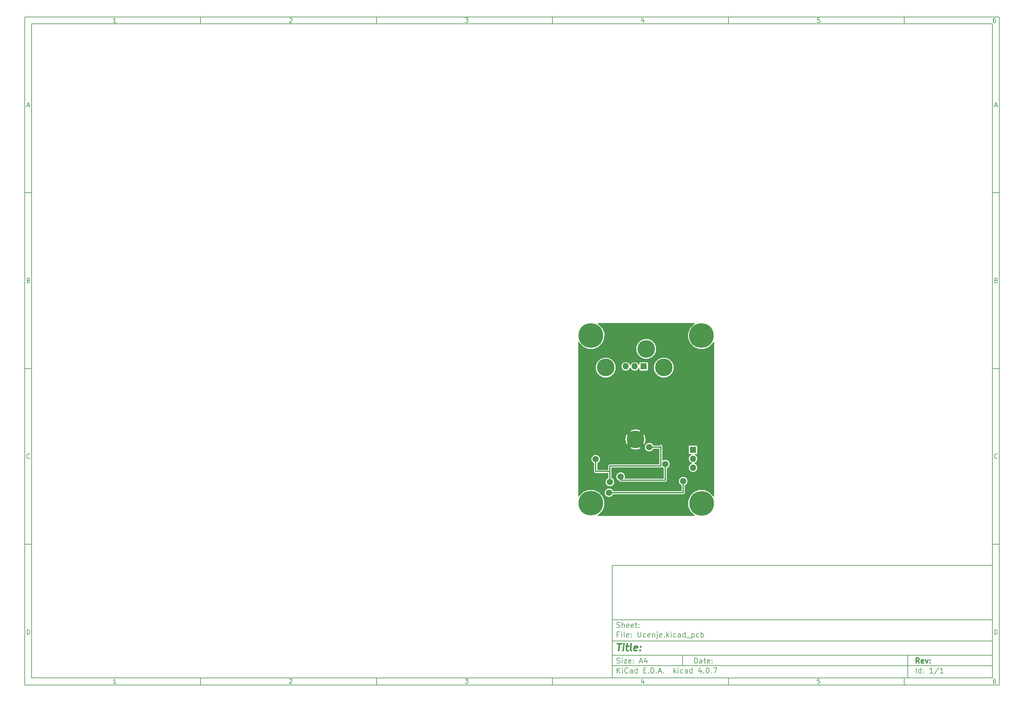
<source format=gbl>
G04 #@! TF.FileFunction,Copper,L2,Bot,Signal*
%FSLAX46Y46*%
G04 Gerber Fmt 4.6, Leading zero omitted, Abs format (unit mm)*
G04 Created by KiCad (PCBNEW 4.0.7) date 05/09/18 13:26:44*
%MOMM*%
%LPD*%
G01*
G04 APERTURE LIST*
%ADD10C,0.100000*%
%ADD11C,0.150000*%
%ADD12C,0.300000*%
%ADD13C,0.400000*%
%ADD14C,5.001260*%
%ADD15R,1.800000X1.800000*%
%ADD16O,1.800000X1.800000*%
%ADD17C,7.000000*%
%ADD18C,1.800000*%
%ADD19C,0.254000*%
G04 APERTURE END LIST*
D10*
D11*
X177002200Y-166007200D02*
X177002200Y-198007200D01*
X285002200Y-198007200D01*
X285002200Y-166007200D01*
X177002200Y-166007200D01*
D10*
D11*
X10000000Y-10000000D02*
X10000000Y-200007200D01*
X287002200Y-200007200D01*
X287002200Y-10000000D01*
X10000000Y-10000000D01*
D10*
D11*
X12000000Y-12000000D02*
X12000000Y-198007200D01*
X285002200Y-198007200D01*
X285002200Y-12000000D01*
X12000000Y-12000000D01*
D10*
D11*
X60000000Y-12000000D02*
X60000000Y-10000000D01*
D10*
D11*
X110000000Y-12000000D02*
X110000000Y-10000000D01*
D10*
D11*
X160000000Y-12000000D02*
X160000000Y-10000000D01*
D10*
D11*
X210000000Y-12000000D02*
X210000000Y-10000000D01*
D10*
D11*
X260000000Y-12000000D02*
X260000000Y-10000000D01*
D10*
D11*
X35990476Y-11588095D02*
X35247619Y-11588095D01*
X35619048Y-11588095D02*
X35619048Y-10288095D01*
X35495238Y-10473810D01*
X35371429Y-10597619D01*
X35247619Y-10659524D01*
D10*
D11*
X85247619Y-10411905D02*
X85309524Y-10350000D01*
X85433333Y-10288095D01*
X85742857Y-10288095D01*
X85866667Y-10350000D01*
X85928571Y-10411905D01*
X85990476Y-10535714D01*
X85990476Y-10659524D01*
X85928571Y-10845238D01*
X85185714Y-11588095D01*
X85990476Y-11588095D01*
D10*
D11*
X135185714Y-10288095D02*
X135990476Y-10288095D01*
X135557143Y-10783333D01*
X135742857Y-10783333D01*
X135866667Y-10845238D01*
X135928571Y-10907143D01*
X135990476Y-11030952D01*
X135990476Y-11340476D01*
X135928571Y-11464286D01*
X135866667Y-11526190D01*
X135742857Y-11588095D01*
X135371429Y-11588095D01*
X135247619Y-11526190D01*
X135185714Y-11464286D01*
D10*
D11*
X185866667Y-10721429D02*
X185866667Y-11588095D01*
X185557143Y-10226190D02*
X185247619Y-11154762D01*
X186052381Y-11154762D01*
D10*
D11*
X235928571Y-10288095D02*
X235309524Y-10288095D01*
X235247619Y-10907143D01*
X235309524Y-10845238D01*
X235433333Y-10783333D01*
X235742857Y-10783333D01*
X235866667Y-10845238D01*
X235928571Y-10907143D01*
X235990476Y-11030952D01*
X235990476Y-11340476D01*
X235928571Y-11464286D01*
X235866667Y-11526190D01*
X235742857Y-11588095D01*
X235433333Y-11588095D01*
X235309524Y-11526190D01*
X235247619Y-11464286D01*
D10*
D11*
X285866667Y-10288095D02*
X285619048Y-10288095D01*
X285495238Y-10350000D01*
X285433333Y-10411905D01*
X285309524Y-10597619D01*
X285247619Y-10845238D01*
X285247619Y-11340476D01*
X285309524Y-11464286D01*
X285371429Y-11526190D01*
X285495238Y-11588095D01*
X285742857Y-11588095D01*
X285866667Y-11526190D01*
X285928571Y-11464286D01*
X285990476Y-11340476D01*
X285990476Y-11030952D01*
X285928571Y-10907143D01*
X285866667Y-10845238D01*
X285742857Y-10783333D01*
X285495238Y-10783333D01*
X285371429Y-10845238D01*
X285309524Y-10907143D01*
X285247619Y-11030952D01*
D10*
D11*
X60000000Y-198007200D02*
X60000000Y-200007200D01*
D10*
D11*
X110000000Y-198007200D02*
X110000000Y-200007200D01*
D10*
D11*
X160000000Y-198007200D02*
X160000000Y-200007200D01*
D10*
D11*
X210000000Y-198007200D02*
X210000000Y-200007200D01*
D10*
D11*
X260000000Y-198007200D02*
X260000000Y-200007200D01*
D10*
D11*
X35990476Y-199595295D02*
X35247619Y-199595295D01*
X35619048Y-199595295D02*
X35619048Y-198295295D01*
X35495238Y-198481010D01*
X35371429Y-198604819D01*
X35247619Y-198666724D01*
D10*
D11*
X85247619Y-198419105D02*
X85309524Y-198357200D01*
X85433333Y-198295295D01*
X85742857Y-198295295D01*
X85866667Y-198357200D01*
X85928571Y-198419105D01*
X85990476Y-198542914D01*
X85990476Y-198666724D01*
X85928571Y-198852438D01*
X85185714Y-199595295D01*
X85990476Y-199595295D01*
D10*
D11*
X135185714Y-198295295D02*
X135990476Y-198295295D01*
X135557143Y-198790533D01*
X135742857Y-198790533D01*
X135866667Y-198852438D01*
X135928571Y-198914343D01*
X135990476Y-199038152D01*
X135990476Y-199347676D01*
X135928571Y-199471486D01*
X135866667Y-199533390D01*
X135742857Y-199595295D01*
X135371429Y-199595295D01*
X135247619Y-199533390D01*
X135185714Y-199471486D01*
D10*
D11*
X185866667Y-198728629D02*
X185866667Y-199595295D01*
X185557143Y-198233390D02*
X185247619Y-199161962D01*
X186052381Y-199161962D01*
D10*
D11*
X235928571Y-198295295D02*
X235309524Y-198295295D01*
X235247619Y-198914343D01*
X235309524Y-198852438D01*
X235433333Y-198790533D01*
X235742857Y-198790533D01*
X235866667Y-198852438D01*
X235928571Y-198914343D01*
X235990476Y-199038152D01*
X235990476Y-199347676D01*
X235928571Y-199471486D01*
X235866667Y-199533390D01*
X235742857Y-199595295D01*
X235433333Y-199595295D01*
X235309524Y-199533390D01*
X235247619Y-199471486D01*
D10*
D11*
X285866667Y-198295295D02*
X285619048Y-198295295D01*
X285495238Y-198357200D01*
X285433333Y-198419105D01*
X285309524Y-198604819D01*
X285247619Y-198852438D01*
X285247619Y-199347676D01*
X285309524Y-199471486D01*
X285371429Y-199533390D01*
X285495238Y-199595295D01*
X285742857Y-199595295D01*
X285866667Y-199533390D01*
X285928571Y-199471486D01*
X285990476Y-199347676D01*
X285990476Y-199038152D01*
X285928571Y-198914343D01*
X285866667Y-198852438D01*
X285742857Y-198790533D01*
X285495238Y-198790533D01*
X285371429Y-198852438D01*
X285309524Y-198914343D01*
X285247619Y-199038152D01*
D10*
D11*
X10000000Y-60000000D02*
X12000000Y-60000000D01*
D10*
D11*
X10000000Y-110000000D02*
X12000000Y-110000000D01*
D10*
D11*
X10000000Y-160000000D02*
X12000000Y-160000000D01*
D10*
D11*
X10690476Y-35216667D02*
X11309524Y-35216667D01*
X10566667Y-35588095D02*
X11000000Y-34288095D01*
X11433333Y-35588095D01*
D10*
D11*
X11092857Y-84907143D02*
X11278571Y-84969048D01*
X11340476Y-85030952D01*
X11402381Y-85154762D01*
X11402381Y-85340476D01*
X11340476Y-85464286D01*
X11278571Y-85526190D01*
X11154762Y-85588095D01*
X10659524Y-85588095D01*
X10659524Y-84288095D01*
X11092857Y-84288095D01*
X11216667Y-84350000D01*
X11278571Y-84411905D01*
X11340476Y-84535714D01*
X11340476Y-84659524D01*
X11278571Y-84783333D01*
X11216667Y-84845238D01*
X11092857Y-84907143D01*
X10659524Y-84907143D01*
D10*
D11*
X11402381Y-135464286D02*
X11340476Y-135526190D01*
X11154762Y-135588095D01*
X11030952Y-135588095D01*
X10845238Y-135526190D01*
X10721429Y-135402381D01*
X10659524Y-135278571D01*
X10597619Y-135030952D01*
X10597619Y-134845238D01*
X10659524Y-134597619D01*
X10721429Y-134473810D01*
X10845238Y-134350000D01*
X11030952Y-134288095D01*
X11154762Y-134288095D01*
X11340476Y-134350000D01*
X11402381Y-134411905D01*
D10*
D11*
X10659524Y-185588095D02*
X10659524Y-184288095D01*
X10969048Y-184288095D01*
X11154762Y-184350000D01*
X11278571Y-184473810D01*
X11340476Y-184597619D01*
X11402381Y-184845238D01*
X11402381Y-185030952D01*
X11340476Y-185278571D01*
X11278571Y-185402381D01*
X11154762Y-185526190D01*
X10969048Y-185588095D01*
X10659524Y-185588095D01*
D10*
D11*
X287002200Y-60000000D02*
X285002200Y-60000000D01*
D10*
D11*
X287002200Y-110000000D02*
X285002200Y-110000000D01*
D10*
D11*
X287002200Y-160000000D02*
X285002200Y-160000000D01*
D10*
D11*
X285692676Y-35216667D02*
X286311724Y-35216667D01*
X285568867Y-35588095D02*
X286002200Y-34288095D01*
X286435533Y-35588095D01*
D10*
D11*
X286095057Y-84907143D02*
X286280771Y-84969048D01*
X286342676Y-85030952D01*
X286404581Y-85154762D01*
X286404581Y-85340476D01*
X286342676Y-85464286D01*
X286280771Y-85526190D01*
X286156962Y-85588095D01*
X285661724Y-85588095D01*
X285661724Y-84288095D01*
X286095057Y-84288095D01*
X286218867Y-84350000D01*
X286280771Y-84411905D01*
X286342676Y-84535714D01*
X286342676Y-84659524D01*
X286280771Y-84783333D01*
X286218867Y-84845238D01*
X286095057Y-84907143D01*
X285661724Y-84907143D01*
D10*
D11*
X286404581Y-135464286D02*
X286342676Y-135526190D01*
X286156962Y-135588095D01*
X286033152Y-135588095D01*
X285847438Y-135526190D01*
X285723629Y-135402381D01*
X285661724Y-135278571D01*
X285599819Y-135030952D01*
X285599819Y-134845238D01*
X285661724Y-134597619D01*
X285723629Y-134473810D01*
X285847438Y-134350000D01*
X286033152Y-134288095D01*
X286156962Y-134288095D01*
X286342676Y-134350000D01*
X286404581Y-134411905D01*
D10*
D11*
X285661724Y-185588095D02*
X285661724Y-184288095D01*
X285971248Y-184288095D01*
X286156962Y-184350000D01*
X286280771Y-184473810D01*
X286342676Y-184597619D01*
X286404581Y-184845238D01*
X286404581Y-185030952D01*
X286342676Y-185278571D01*
X286280771Y-185402381D01*
X286156962Y-185526190D01*
X285971248Y-185588095D01*
X285661724Y-185588095D01*
D10*
D11*
X200359343Y-193785771D02*
X200359343Y-192285771D01*
X200716486Y-192285771D01*
X200930771Y-192357200D01*
X201073629Y-192500057D01*
X201145057Y-192642914D01*
X201216486Y-192928629D01*
X201216486Y-193142914D01*
X201145057Y-193428629D01*
X201073629Y-193571486D01*
X200930771Y-193714343D01*
X200716486Y-193785771D01*
X200359343Y-193785771D01*
X202502200Y-193785771D02*
X202502200Y-193000057D01*
X202430771Y-192857200D01*
X202287914Y-192785771D01*
X202002200Y-192785771D01*
X201859343Y-192857200D01*
X202502200Y-193714343D02*
X202359343Y-193785771D01*
X202002200Y-193785771D01*
X201859343Y-193714343D01*
X201787914Y-193571486D01*
X201787914Y-193428629D01*
X201859343Y-193285771D01*
X202002200Y-193214343D01*
X202359343Y-193214343D01*
X202502200Y-193142914D01*
X203002200Y-192785771D02*
X203573629Y-192785771D01*
X203216486Y-192285771D02*
X203216486Y-193571486D01*
X203287914Y-193714343D01*
X203430772Y-193785771D01*
X203573629Y-193785771D01*
X204645057Y-193714343D02*
X204502200Y-193785771D01*
X204216486Y-193785771D01*
X204073629Y-193714343D01*
X204002200Y-193571486D01*
X204002200Y-193000057D01*
X204073629Y-192857200D01*
X204216486Y-192785771D01*
X204502200Y-192785771D01*
X204645057Y-192857200D01*
X204716486Y-193000057D01*
X204716486Y-193142914D01*
X204002200Y-193285771D01*
X205359343Y-193642914D02*
X205430771Y-193714343D01*
X205359343Y-193785771D01*
X205287914Y-193714343D01*
X205359343Y-193642914D01*
X205359343Y-193785771D01*
X205359343Y-192857200D02*
X205430771Y-192928629D01*
X205359343Y-193000057D01*
X205287914Y-192928629D01*
X205359343Y-192857200D01*
X205359343Y-193000057D01*
D10*
D11*
X177002200Y-194507200D02*
X285002200Y-194507200D01*
D10*
D11*
X178359343Y-196585771D02*
X178359343Y-195085771D01*
X179216486Y-196585771D02*
X178573629Y-195728629D01*
X179216486Y-195085771D02*
X178359343Y-195942914D01*
X179859343Y-196585771D02*
X179859343Y-195585771D01*
X179859343Y-195085771D02*
X179787914Y-195157200D01*
X179859343Y-195228629D01*
X179930771Y-195157200D01*
X179859343Y-195085771D01*
X179859343Y-195228629D01*
X181430772Y-196442914D02*
X181359343Y-196514343D01*
X181145057Y-196585771D01*
X181002200Y-196585771D01*
X180787915Y-196514343D01*
X180645057Y-196371486D01*
X180573629Y-196228629D01*
X180502200Y-195942914D01*
X180502200Y-195728629D01*
X180573629Y-195442914D01*
X180645057Y-195300057D01*
X180787915Y-195157200D01*
X181002200Y-195085771D01*
X181145057Y-195085771D01*
X181359343Y-195157200D01*
X181430772Y-195228629D01*
X182716486Y-196585771D02*
X182716486Y-195800057D01*
X182645057Y-195657200D01*
X182502200Y-195585771D01*
X182216486Y-195585771D01*
X182073629Y-195657200D01*
X182716486Y-196514343D02*
X182573629Y-196585771D01*
X182216486Y-196585771D01*
X182073629Y-196514343D01*
X182002200Y-196371486D01*
X182002200Y-196228629D01*
X182073629Y-196085771D01*
X182216486Y-196014343D01*
X182573629Y-196014343D01*
X182716486Y-195942914D01*
X184073629Y-196585771D02*
X184073629Y-195085771D01*
X184073629Y-196514343D02*
X183930772Y-196585771D01*
X183645058Y-196585771D01*
X183502200Y-196514343D01*
X183430772Y-196442914D01*
X183359343Y-196300057D01*
X183359343Y-195871486D01*
X183430772Y-195728629D01*
X183502200Y-195657200D01*
X183645058Y-195585771D01*
X183930772Y-195585771D01*
X184073629Y-195657200D01*
X185930772Y-195800057D02*
X186430772Y-195800057D01*
X186645058Y-196585771D02*
X185930772Y-196585771D01*
X185930772Y-195085771D01*
X186645058Y-195085771D01*
X187287915Y-196442914D02*
X187359343Y-196514343D01*
X187287915Y-196585771D01*
X187216486Y-196514343D01*
X187287915Y-196442914D01*
X187287915Y-196585771D01*
X188002201Y-196585771D02*
X188002201Y-195085771D01*
X188359344Y-195085771D01*
X188573629Y-195157200D01*
X188716487Y-195300057D01*
X188787915Y-195442914D01*
X188859344Y-195728629D01*
X188859344Y-195942914D01*
X188787915Y-196228629D01*
X188716487Y-196371486D01*
X188573629Y-196514343D01*
X188359344Y-196585771D01*
X188002201Y-196585771D01*
X189502201Y-196442914D02*
X189573629Y-196514343D01*
X189502201Y-196585771D01*
X189430772Y-196514343D01*
X189502201Y-196442914D01*
X189502201Y-196585771D01*
X190145058Y-196157200D02*
X190859344Y-196157200D01*
X190002201Y-196585771D02*
X190502201Y-195085771D01*
X191002201Y-196585771D01*
X191502201Y-196442914D02*
X191573629Y-196514343D01*
X191502201Y-196585771D01*
X191430772Y-196514343D01*
X191502201Y-196442914D01*
X191502201Y-196585771D01*
X194502201Y-196585771D02*
X194502201Y-195085771D01*
X194645058Y-196014343D02*
X195073629Y-196585771D01*
X195073629Y-195585771D02*
X194502201Y-196157200D01*
X195716487Y-196585771D02*
X195716487Y-195585771D01*
X195716487Y-195085771D02*
X195645058Y-195157200D01*
X195716487Y-195228629D01*
X195787915Y-195157200D01*
X195716487Y-195085771D01*
X195716487Y-195228629D01*
X197073630Y-196514343D02*
X196930773Y-196585771D01*
X196645059Y-196585771D01*
X196502201Y-196514343D01*
X196430773Y-196442914D01*
X196359344Y-196300057D01*
X196359344Y-195871486D01*
X196430773Y-195728629D01*
X196502201Y-195657200D01*
X196645059Y-195585771D01*
X196930773Y-195585771D01*
X197073630Y-195657200D01*
X198359344Y-196585771D02*
X198359344Y-195800057D01*
X198287915Y-195657200D01*
X198145058Y-195585771D01*
X197859344Y-195585771D01*
X197716487Y-195657200D01*
X198359344Y-196514343D02*
X198216487Y-196585771D01*
X197859344Y-196585771D01*
X197716487Y-196514343D01*
X197645058Y-196371486D01*
X197645058Y-196228629D01*
X197716487Y-196085771D01*
X197859344Y-196014343D01*
X198216487Y-196014343D01*
X198359344Y-195942914D01*
X199716487Y-196585771D02*
X199716487Y-195085771D01*
X199716487Y-196514343D02*
X199573630Y-196585771D01*
X199287916Y-196585771D01*
X199145058Y-196514343D01*
X199073630Y-196442914D01*
X199002201Y-196300057D01*
X199002201Y-195871486D01*
X199073630Y-195728629D01*
X199145058Y-195657200D01*
X199287916Y-195585771D01*
X199573630Y-195585771D01*
X199716487Y-195657200D01*
X202216487Y-195585771D02*
X202216487Y-196585771D01*
X201859344Y-195014343D02*
X201502201Y-196085771D01*
X202430773Y-196085771D01*
X203002201Y-196442914D02*
X203073629Y-196514343D01*
X203002201Y-196585771D01*
X202930772Y-196514343D01*
X203002201Y-196442914D01*
X203002201Y-196585771D01*
X204002201Y-195085771D02*
X204145058Y-195085771D01*
X204287915Y-195157200D01*
X204359344Y-195228629D01*
X204430773Y-195371486D01*
X204502201Y-195657200D01*
X204502201Y-196014343D01*
X204430773Y-196300057D01*
X204359344Y-196442914D01*
X204287915Y-196514343D01*
X204145058Y-196585771D01*
X204002201Y-196585771D01*
X203859344Y-196514343D01*
X203787915Y-196442914D01*
X203716487Y-196300057D01*
X203645058Y-196014343D01*
X203645058Y-195657200D01*
X203716487Y-195371486D01*
X203787915Y-195228629D01*
X203859344Y-195157200D01*
X204002201Y-195085771D01*
X205145058Y-196442914D02*
X205216486Y-196514343D01*
X205145058Y-196585771D01*
X205073629Y-196514343D01*
X205145058Y-196442914D01*
X205145058Y-196585771D01*
X205716487Y-195085771D02*
X206716487Y-195085771D01*
X206073630Y-196585771D01*
D10*
D11*
X177002200Y-191507200D02*
X285002200Y-191507200D01*
D10*
D12*
X264216486Y-193785771D02*
X263716486Y-193071486D01*
X263359343Y-193785771D02*
X263359343Y-192285771D01*
X263930771Y-192285771D01*
X264073629Y-192357200D01*
X264145057Y-192428629D01*
X264216486Y-192571486D01*
X264216486Y-192785771D01*
X264145057Y-192928629D01*
X264073629Y-193000057D01*
X263930771Y-193071486D01*
X263359343Y-193071486D01*
X265430771Y-193714343D02*
X265287914Y-193785771D01*
X265002200Y-193785771D01*
X264859343Y-193714343D01*
X264787914Y-193571486D01*
X264787914Y-193000057D01*
X264859343Y-192857200D01*
X265002200Y-192785771D01*
X265287914Y-192785771D01*
X265430771Y-192857200D01*
X265502200Y-193000057D01*
X265502200Y-193142914D01*
X264787914Y-193285771D01*
X266002200Y-192785771D02*
X266359343Y-193785771D01*
X266716485Y-192785771D01*
X267287914Y-193642914D02*
X267359342Y-193714343D01*
X267287914Y-193785771D01*
X267216485Y-193714343D01*
X267287914Y-193642914D01*
X267287914Y-193785771D01*
X267287914Y-192857200D02*
X267359342Y-192928629D01*
X267287914Y-193000057D01*
X267216485Y-192928629D01*
X267287914Y-192857200D01*
X267287914Y-193000057D01*
D10*
D11*
X178287914Y-193714343D02*
X178502200Y-193785771D01*
X178859343Y-193785771D01*
X179002200Y-193714343D01*
X179073629Y-193642914D01*
X179145057Y-193500057D01*
X179145057Y-193357200D01*
X179073629Y-193214343D01*
X179002200Y-193142914D01*
X178859343Y-193071486D01*
X178573629Y-193000057D01*
X178430771Y-192928629D01*
X178359343Y-192857200D01*
X178287914Y-192714343D01*
X178287914Y-192571486D01*
X178359343Y-192428629D01*
X178430771Y-192357200D01*
X178573629Y-192285771D01*
X178930771Y-192285771D01*
X179145057Y-192357200D01*
X179787914Y-193785771D02*
X179787914Y-192785771D01*
X179787914Y-192285771D02*
X179716485Y-192357200D01*
X179787914Y-192428629D01*
X179859342Y-192357200D01*
X179787914Y-192285771D01*
X179787914Y-192428629D01*
X180359343Y-192785771D02*
X181145057Y-192785771D01*
X180359343Y-193785771D01*
X181145057Y-193785771D01*
X182287914Y-193714343D02*
X182145057Y-193785771D01*
X181859343Y-193785771D01*
X181716486Y-193714343D01*
X181645057Y-193571486D01*
X181645057Y-193000057D01*
X181716486Y-192857200D01*
X181859343Y-192785771D01*
X182145057Y-192785771D01*
X182287914Y-192857200D01*
X182359343Y-193000057D01*
X182359343Y-193142914D01*
X181645057Y-193285771D01*
X183002200Y-193642914D02*
X183073628Y-193714343D01*
X183002200Y-193785771D01*
X182930771Y-193714343D01*
X183002200Y-193642914D01*
X183002200Y-193785771D01*
X183002200Y-192857200D02*
X183073628Y-192928629D01*
X183002200Y-193000057D01*
X182930771Y-192928629D01*
X183002200Y-192857200D01*
X183002200Y-193000057D01*
X184787914Y-193357200D02*
X185502200Y-193357200D01*
X184645057Y-193785771D02*
X185145057Y-192285771D01*
X185645057Y-193785771D01*
X186787914Y-192785771D02*
X186787914Y-193785771D01*
X186430771Y-192214343D02*
X186073628Y-193285771D01*
X187002200Y-193285771D01*
D10*
D11*
X263359343Y-196585771D02*
X263359343Y-195085771D01*
X264716486Y-196585771D02*
X264716486Y-195085771D01*
X264716486Y-196514343D02*
X264573629Y-196585771D01*
X264287915Y-196585771D01*
X264145057Y-196514343D01*
X264073629Y-196442914D01*
X264002200Y-196300057D01*
X264002200Y-195871486D01*
X264073629Y-195728629D01*
X264145057Y-195657200D01*
X264287915Y-195585771D01*
X264573629Y-195585771D01*
X264716486Y-195657200D01*
X265430772Y-196442914D02*
X265502200Y-196514343D01*
X265430772Y-196585771D01*
X265359343Y-196514343D01*
X265430772Y-196442914D01*
X265430772Y-196585771D01*
X265430772Y-195657200D02*
X265502200Y-195728629D01*
X265430772Y-195800057D01*
X265359343Y-195728629D01*
X265430772Y-195657200D01*
X265430772Y-195800057D01*
X268073629Y-196585771D02*
X267216486Y-196585771D01*
X267645058Y-196585771D02*
X267645058Y-195085771D01*
X267502201Y-195300057D01*
X267359343Y-195442914D01*
X267216486Y-195514343D01*
X269787914Y-195014343D02*
X268502200Y-196942914D01*
X271073629Y-196585771D02*
X270216486Y-196585771D01*
X270645058Y-196585771D02*
X270645058Y-195085771D01*
X270502201Y-195300057D01*
X270359343Y-195442914D01*
X270216486Y-195514343D01*
D10*
D11*
X177002200Y-187507200D02*
X285002200Y-187507200D01*
D10*
D13*
X178454581Y-188211962D02*
X179597438Y-188211962D01*
X178776010Y-190211962D02*
X179026010Y-188211962D01*
X180014105Y-190211962D02*
X180180771Y-188878629D01*
X180264105Y-188211962D02*
X180156962Y-188307200D01*
X180240295Y-188402438D01*
X180347439Y-188307200D01*
X180264105Y-188211962D01*
X180240295Y-188402438D01*
X180847438Y-188878629D02*
X181609343Y-188878629D01*
X181216486Y-188211962D02*
X181002200Y-189926248D01*
X181073630Y-190116724D01*
X181252201Y-190211962D01*
X181442677Y-190211962D01*
X182395058Y-190211962D02*
X182216487Y-190116724D01*
X182145057Y-189926248D01*
X182359343Y-188211962D01*
X183930772Y-190116724D02*
X183728391Y-190211962D01*
X183347439Y-190211962D01*
X183168867Y-190116724D01*
X183097438Y-189926248D01*
X183192676Y-189164343D01*
X183311724Y-188973867D01*
X183514105Y-188878629D01*
X183895057Y-188878629D01*
X184073629Y-188973867D01*
X184145057Y-189164343D01*
X184121248Y-189354819D01*
X183145057Y-189545295D01*
X184895057Y-190021486D02*
X184978392Y-190116724D01*
X184871248Y-190211962D01*
X184787915Y-190116724D01*
X184895057Y-190021486D01*
X184871248Y-190211962D01*
X185026010Y-188973867D02*
X185109344Y-189069105D01*
X185002200Y-189164343D01*
X184918867Y-189069105D01*
X185026010Y-188973867D01*
X185002200Y-189164343D01*
D10*
D11*
X178859343Y-185600057D02*
X178359343Y-185600057D01*
X178359343Y-186385771D02*
X178359343Y-184885771D01*
X179073629Y-184885771D01*
X179645057Y-186385771D02*
X179645057Y-185385771D01*
X179645057Y-184885771D02*
X179573628Y-184957200D01*
X179645057Y-185028629D01*
X179716485Y-184957200D01*
X179645057Y-184885771D01*
X179645057Y-185028629D01*
X180573629Y-186385771D02*
X180430771Y-186314343D01*
X180359343Y-186171486D01*
X180359343Y-184885771D01*
X181716485Y-186314343D02*
X181573628Y-186385771D01*
X181287914Y-186385771D01*
X181145057Y-186314343D01*
X181073628Y-186171486D01*
X181073628Y-185600057D01*
X181145057Y-185457200D01*
X181287914Y-185385771D01*
X181573628Y-185385771D01*
X181716485Y-185457200D01*
X181787914Y-185600057D01*
X181787914Y-185742914D01*
X181073628Y-185885771D01*
X182430771Y-186242914D02*
X182502199Y-186314343D01*
X182430771Y-186385771D01*
X182359342Y-186314343D01*
X182430771Y-186242914D01*
X182430771Y-186385771D01*
X182430771Y-185457200D02*
X182502199Y-185528629D01*
X182430771Y-185600057D01*
X182359342Y-185528629D01*
X182430771Y-185457200D01*
X182430771Y-185600057D01*
X184287914Y-184885771D02*
X184287914Y-186100057D01*
X184359342Y-186242914D01*
X184430771Y-186314343D01*
X184573628Y-186385771D01*
X184859342Y-186385771D01*
X185002200Y-186314343D01*
X185073628Y-186242914D01*
X185145057Y-186100057D01*
X185145057Y-184885771D01*
X186502200Y-186314343D02*
X186359343Y-186385771D01*
X186073629Y-186385771D01*
X185930771Y-186314343D01*
X185859343Y-186242914D01*
X185787914Y-186100057D01*
X185787914Y-185671486D01*
X185859343Y-185528629D01*
X185930771Y-185457200D01*
X186073629Y-185385771D01*
X186359343Y-185385771D01*
X186502200Y-185457200D01*
X187716485Y-186314343D02*
X187573628Y-186385771D01*
X187287914Y-186385771D01*
X187145057Y-186314343D01*
X187073628Y-186171486D01*
X187073628Y-185600057D01*
X187145057Y-185457200D01*
X187287914Y-185385771D01*
X187573628Y-185385771D01*
X187716485Y-185457200D01*
X187787914Y-185600057D01*
X187787914Y-185742914D01*
X187073628Y-185885771D01*
X188430771Y-185385771D02*
X188430771Y-186385771D01*
X188430771Y-185528629D02*
X188502199Y-185457200D01*
X188645057Y-185385771D01*
X188859342Y-185385771D01*
X189002199Y-185457200D01*
X189073628Y-185600057D01*
X189073628Y-186385771D01*
X189787914Y-185385771D02*
X189787914Y-186671486D01*
X189716485Y-186814343D01*
X189573628Y-186885771D01*
X189502200Y-186885771D01*
X189787914Y-184885771D02*
X189716485Y-184957200D01*
X189787914Y-185028629D01*
X189859342Y-184957200D01*
X189787914Y-184885771D01*
X189787914Y-185028629D01*
X191073628Y-186314343D02*
X190930771Y-186385771D01*
X190645057Y-186385771D01*
X190502200Y-186314343D01*
X190430771Y-186171486D01*
X190430771Y-185600057D01*
X190502200Y-185457200D01*
X190645057Y-185385771D01*
X190930771Y-185385771D01*
X191073628Y-185457200D01*
X191145057Y-185600057D01*
X191145057Y-185742914D01*
X190430771Y-185885771D01*
X191787914Y-186242914D02*
X191859342Y-186314343D01*
X191787914Y-186385771D01*
X191716485Y-186314343D01*
X191787914Y-186242914D01*
X191787914Y-186385771D01*
X192502200Y-186385771D02*
X192502200Y-184885771D01*
X192645057Y-185814343D02*
X193073628Y-186385771D01*
X193073628Y-185385771D02*
X192502200Y-185957200D01*
X193716486Y-186385771D02*
X193716486Y-185385771D01*
X193716486Y-184885771D02*
X193645057Y-184957200D01*
X193716486Y-185028629D01*
X193787914Y-184957200D01*
X193716486Y-184885771D01*
X193716486Y-185028629D01*
X195073629Y-186314343D02*
X194930772Y-186385771D01*
X194645058Y-186385771D01*
X194502200Y-186314343D01*
X194430772Y-186242914D01*
X194359343Y-186100057D01*
X194359343Y-185671486D01*
X194430772Y-185528629D01*
X194502200Y-185457200D01*
X194645058Y-185385771D01*
X194930772Y-185385771D01*
X195073629Y-185457200D01*
X196359343Y-186385771D02*
X196359343Y-185600057D01*
X196287914Y-185457200D01*
X196145057Y-185385771D01*
X195859343Y-185385771D01*
X195716486Y-185457200D01*
X196359343Y-186314343D02*
X196216486Y-186385771D01*
X195859343Y-186385771D01*
X195716486Y-186314343D01*
X195645057Y-186171486D01*
X195645057Y-186028629D01*
X195716486Y-185885771D01*
X195859343Y-185814343D01*
X196216486Y-185814343D01*
X196359343Y-185742914D01*
X197716486Y-186385771D02*
X197716486Y-184885771D01*
X197716486Y-186314343D02*
X197573629Y-186385771D01*
X197287915Y-186385771D01*
X197145057Y-186314343D01*
X197073629Y-186242914D01*
X197002200Y-186100057D01*
X197002200Y-185671486D01*
X197073629Y-185528629D01*
X197145057Y-185457200D01*
X197287915Y-185385771D01*
X197573629Y-185385771D01*
X197716486Y-185457200D01*
X198073629Y-186528629D02*
X199216486Y-186528629D01*
X199573629Y-185385771D02*
X199573629Y-186885771D01*
X199573629Y-185457200D02*
X199716486Y-185385771D01*
X200002200Y-185385771D01*
X200145057Y-185457200D01*
X200216486Y-185528629D01*
X200287915Y-185671486D01*
X200287915Y-186100057D01*
X200216486Y-186242914D01*
X200145057Y-186314343D01*
X200002200Y-186385771D01*
X199716486Y-186385771D01*
X199573629Y-186314343D01*
X201573629Y-186314343D02*
X201430772Y-186385771D01*
X201145058Y-186385771D01*
X201002200Y-186314343D01*
X200930772Y-186242914D01*
X200859343Y-186100057D01*
X200859343Y-185671486D01*
X200930772Y-185528629D01*
X201002200Y-185457200D01*
X201145058Y-185385771D01*
X201430772Y-185385771D01*
X201573629Y-185457200D01*
X202216486Y-186385771D02*
X202216486Y-184885771D01*
X202216486Y-185457200D02*
X202359343Y-185385771D01*
X202645057Y-185385771D01*
X202787914Y-185457200D01*
X202859343Y-185528629D01*
X202930772Y-185671486D01*
X202930772Y-186100057D01*
X202859343Y-186242914D01*
X202787914Y-186314343D01*
X202645057Y-186385771D01*
X202359343Y-186385771D01*
X202216486Y-186314343D01*
D10*
D11*
X177002200Y-181507200D02*
X285002200Y-181507200D01*
D10*
D11*
X178287914Y-183614343D02*
X178502200Y-183685771D01*
X178859343Y-183685771D01*
X179002200Y-183614343D01*
X179073629Y-183542914D01*
X179145057Y-183400057D01*
X179145057Y-183257200D01*
X179073629Y-183114343D01*
X179002200Y-183042914D01*
X178859343Y-182971486D01*
X178573629Y-182900057D01*
X178430771Y-182828629D01*
X178359343Y-182757200D01*
X178287914Y-182614343D01*
X178287914Y-182471486D01*
X178359343Y-182328629D01*
X178430771Y-182257200D01*
X178573629Y-182185771D01*
X178930771Y-182185771D01*
X179145057Y-182257200D01*
X179787914Y-183685771D02*
X179787914Y-182185771D01*
X180430771Y-183685771D02*
X180430771Y-182900057D01*
X180359342Y-182757200D01*
X180216485Y-182685771D01*
X180002200Y-182685771D01*
X179859342Y-182757200D01*
X179787914Y-182828629D01*
X181716485Y-183614343D02*
X181573628Y-183685771D01*
X181287914Y-183685771D01*
X181145057Y-183614343D01*
X181073628Y-183471486D01*
X181073628Y-182900057D01*
X181145057Y-182757200D01*
X181287914Y-182685771D01*
X181573628Y-182685771D01*
X181716485Y-182757200D01*
X181787914Y-182900057D01*
X181787914Y-183042914D01*
X181073628Y-183185771D01*
X183002199Y-183614343D02*
X182859342Y-183685771D01*
X182573628Y-183685771D01*
X182430771Y-183614343D01*
X182359342Y-183471486D01*
X182359342Y-182900057D01*
X182430771Y-182757200D01*
X182573628Y-182685771D01*
X182859342Y-182685771D01*
X183002199Y-182757200D01*
X183073628Y-182900057D01*
X183073628Y-183042914D01*
X182359342Y-183185771D01*
X183502199Y-182685771D02*
X184073628Y-182685771D01*
X183716485Y-182185771D02*
X183716485Y-183471486D01*
X183787913Y-183614343D01*
X183930771Y-183685771D01*
X184073628Y-183685771D01*
X184573628Y-183542914D02*
X184645056Y-183614343D01*
X184573628Y-183685771D01*
X184502199Y-183614343D01*
X184573628Y-183542914D01*
X184573628Y-183685771D01*
X184573628Y-182757200D02*
X184645056Y-182828629D01*
X184573628Y-182900057D01*
X184502199Y-182828629D01*
X184573628Y-182757200D01*
X184573628Y-182900057D01*
D10*
D11*
X197002200Y-191507200D02*
X197002200Y-194507200D01*
D10*
D11*
X261002200Y-191507200D02*
X261002200Y-198007200D01*
D14*
X191600000Y-109700000D03*
X175100000Y-109700000D03*
X186600000Y-104400000D03*
X183548800Y-130133600D03*
D15*
X185877200Y-109372400D03*
D16*
X183337200Y-109372400D03*
X180797200Y-109372400D03*
D15*
X199898000Y-133096000D03*
D16*
X199898000Y-135636000D03*
X199898000Y-138176000D03*
D17*
X202300000Y-100600000D03*
X170900000Y-100600000D03*
X170850000Y-148300000D03*
X202350000Y-148350000D03*
D18*
X176022000Y-145288000D03*
X197104000Y-141986000D03*
X172250000Y-135750000D03*
X176276000Y-142240000D03*
X187452000Y-132334000D03*
X179324000Y-140716000D03*
X192024000Y-137160000D03*
D12*
X197104000Y-145288000D02*
X197104000Y-141986000D01*
X197104000Y-145288000D02*
X197104000Y-145288000D01*
X176022000Y-145288000D02*
X197104000Y-145288000D01*
X172250000Y-139250000D02*
X176276000Y-139250000D01*
X172250000Y-135750000D02*
X172250000Y-139250000D01*
X182880000Y-137668000D02*
X176276000Y-137668000D01*
X176276000Y-137668000D02*
X176276000Y-139250000D01*
X176276000Y-139250000D02*
X176276000Y-142240000D01*
X190500000Y-132334000D02*
X187452000Y-132334000D01*
X190754000Y-132080000D02*
X190500000Y-132334000D01*
X190754000Y-137668000D02*
X190754000Y-132080000D01*
X182880000Y-137668000D02*
X183388000Y-137668000D01*
X183388000Y-137668000D02*
X190754000Y-137668000D01*
X179324000Y-141732000D02*
X179324000Y-140716000D01*
X192024000Y-141732000D02*
X179324000Y-141732000D01*
X192024000Y-137160000D02*
X192024000Y-141732000D01*
D19*
G36*
X200078440Y-97268911D02*
X198972793Y-98372629D01*
X198373684Y-99815445D01*
X198372320Y-101377702D01*
X198968911Y-102821560D01*
X200072629Y-103927207D01*
X201515445Y-104526316D01*
X203077702Y-104527680D01*
X204521560Y-103931089D01*
X205627207Y-102827371D01*
X205773000Y-102476262D01*
X205773000Y-146350881D01*
X205681089Y-146128440D01*
X204577371Y-145022793D01*
X203134555Y-144423684D01*
X201572298Y-144422320D01*
X200128440Y-145018911D01*
X199022793Y-146122629D01*
X198423684Y-147565445D01*
X198422320Y-149127702D01*
X199018911Y-150571560D01*
X200122629Y-151677207D01*
X200232911Y-151723000D01*
X172849119Y-151723000D01*
X173071560Y-151631089D01*
X174177207Y-150527371D01*
X174776316Y-149084555D01*
X174777680Y-147522298D01*
X174181089Y-146078440D01*
X173654368Y-145550798D01*
X174694771Y-145550798D01*
X174896369Y-146038703D01*
X175269334Y-146412319D01*
X175756885Y-146614769D01*
X176284798Y-146615229D01*
X176772703Y-146413631D01*
X177146319Y-146040666D01*
X177219262Y-145865000D01*
X197104000Y-145865000D01*
X197324808Y-145821078D01*
X197512001Y-145696001D01*
X197637078Y-145508808D01*
X197681000Y-145288000D01*
X197681000Y-143183404D01*
X197854703Y-143111631D01*
X198228319Y-142738666D01*
X198430769Y-142251115D01*
X198431229Y-141723202D01*
X198229631Y-141235297D01*
X197856666Y-140861681D01*
X197369115Y-140659231D01*
X196841202Y-140658771D01*
X196353297Y-140860369D01*
X195979681Y-141233334D01*
X195777231Y-141720885D01*
X195776771Y-142248798D01*
X195978369Y-142736703D01*
X196351334Y-143110319D01*
X196527000Y-143183262D01*
X196527000Y-144711000D01*
X177219404Y-144711000D01*
X177147631Y-144537297D01*
X176774666Y-144163681D01*
X176287115Y-143961231D01*
X175759202Y-143960771D01*
X175271297Y-144162369D01*
X174897681Y-144535334D01*
X174695231Y-145022885D01*
X174694771Y-145550798D01*
X173654368Y-145550798D01*
X173077371Y-144972793D01*
X171634555Y-144373684D01*
X170072298Y-144372320D01*
X168628440Y-144968911D01*
X167522793Y-146072629D01*
X167427000Y-146303324D01*
X167427000Y-136012798D01*
X170922771Y-136012798D01*
X171124369Y-136500703D01*
X171497334Y-136874319D01*
X171673000Y-136947262D01*
X171673000Y-139250000D01*
X171716922Y-139470808D01*
X171841999Y-139658001D01*
X172029192Y-139783078D01*
X172250000Y-139827000D01*
X175699000Y-139827000D01*
X175699000Y-141042596D01*
X175525297Y-141114369D01*
X175151681Y-141487334D01*
X174949231Y-141974885D01*
X174948771Y-142502798D01*
X175150369Y-142990703D01*
X175523334Y-143364319D01*
X176010885Y-143566769D01*
X176538798Y-143567229D01*
X177026703Y-143365631D01*
X177400319Y-142992666D01*
X177602769Y-142505115D01*
X177603229Y-141977202D01*
X177401631Y-141489297D01*
X177028666Y-141115681D01*
X176853000Y-141042738D01*
X176853000Y-138245000D01*
X190754000Y-138245000D01*
X190974808Y-138201078D01*
X191102840Y-138115531D01*
X191271334Y-138284319D01*
X191447000Y-138357262D01*
X191447000Y-141155000D01*
X180578565Y-141155000D01*
X180650769Y-140981115D01*
X180651229Y-140453202D01*
X180449631Y-139965297D01*
X180076666Y-139591681D01*
X179589115Y-139389231D01*
X179061202Y-139388771D01*
X178573297Y-139590369D01*
X178199681Y-139963334D01*
X177997231Y-140450885D01*
X177996771Y-140978798D01*
X178198369Y-141466703D01*
X178571334Y-141840319D01*
X178786302Y-141929582D01*
X178790922Y-141952808D01*
X178915999Y-142140001D01*
X179103192Y-142265078D01*
X179324000Y-142309000D01*
X192024000Y-142309000D01*
X192244808Y-142265078D01*
X192432001Y-142140001D01*
X192557078Y-141952808D01*
X192601000Y-141732000D01*
X192601000Y-138357404D01*
X192774703Y-138285631D01*
X193148319Y-137912666D01*
X193350769Y-137425115D01*
X193351229Y-136897202D01*
X193149631Y-136409297D01*
X192776666Y-136035681D01*
X192289115Y-135833231D01*
X191761202Y-135832771D01*
X191331000Y-136010527D01*
X191331000Y-132196000D01*
X198562635Y-132196000D01*
X198562635Y-133996000D01*
X198592409Y-134154237D01*
X198685927Y-134299567D01*
X198828619Y-134397064D01*
X198998000Y-134431365D01*
X199319315Y-134431365D01*
X198959669Y-134671672D01*
X198672012Y-135102182D01*
X198571000Y-135610003D01*
X198571000Y-135661997D01*
X198672012Y-136169818D01*
X198959669Y-136600328D01*
X199390179Y-136887985D01*
X199480746Y-136906000D01*
X199390179Y-136924015D01*
X198959669Y-137211672D01*
X198672012Y-137642182D01*
X198571000Y-138150003D01*
X198571000Y-138201997D01*
X198672012Y-138709818D01*
X198959669Y-139140328D01*
X199390179Y-139427985D01*
X199898000Y-139528997D01*
X200405821Y-139427985D01*
X200836331Y-139140328D01*
X201123988Y-138709818D01*
X201225000Y-138201997D01*
X201225000Y-138150003D01*
X201123988Y-137642182D01*
X200836331Y-137211672D01*
X200405821Y-136924015D01*
X200315254Y-136906000D01*
X200405821Y-136887985D01*
X200836331Y-136600328D01*
X201123988Y-136169818D01*
X201225000Y-135661997D01*
X201225000Y-135610003D01*
X201123988Y-135102182D01*
X200836331Y-134671672D01*
X200476685Y-134431365D01*
X200798000Y-134431365D01*
X200956237Y-134401591D01*
X201101567Y-134308073D01*
X201199064Y-134165381D01*
X201233365Y-133996000D01*
X201233365Y-132196000D01*
X201203591Y-132037763D01*
X201110073Y-131892433D01*
X200967381Y-131794936D01*
X200798000Y-131760635D01*
X198998000Y-131760635D01*
X198839763Y-131790409D01*
X198694433Y-131883927D01*
X198596936Y-132026619D01*
X198562635Y-132196000D01*
X191331000Y-132196000D01*
X191331000Y-132080000D01*
X191287078Y-131859192D01*
X191162001Y-131671999D01*
X190974808Y-131546922D01*
X190754000Y-131503000D01*
X190533192Y-131546922D01*
X190345999Y-131671999D01*
X190345997Y-131672002D01*
X190260999Y-131757000D01*
X188649404Y-131757000D01*
X188577631Y-131583297D01*
X188204666Y-131209681D01*
X187717115Y-131007231D01*
X187189202Y-131006771D01*
X186701297Y-131208369D01*
X186327681Y-131581334D01*
X186125231Y-132068885D01*
X186124771Y-132596798D01*
X186326369Y-133084703D01*
X186699334Y-133458319D01*
X187186885Y-133660769D01*
X187714798Y-133661229D01*
X188202703Y-133459631D01*
X188576319Y-133086666D01*
X188649262Y-132911000D01*
X190177000Y-132911000D01*
X190177000Y-137091000D01*
X176276000Y-137091000D01*
X176055192Y-137134922D01*
X175867999Y-137259999D01*
X175742922Y-137447192D01*
X175699000Y-137668000D01*
X175699000Y-138673000D01*
X172827000Y-138673000D01*
X172827000Y-136947404D01*
X173000703Y-136875631D01*
X173374319Y-136502666D01*
X173576769Y-136015115D01*
X173577229Y-135487202D01*
X173375631Y-134999297D01*
X173002666Y-134625681D01*
X172515115Y-134423231D01*
X171987202Y-134422771D01*
X171499297Y-134624369D01*
X171125681Y-134997334D01*
X170923231Y-135484885D01*
X170922771Y-136012798D01*
X167427000Y-136012798D01*
X167427000Y-132561099D01*
X182002356Y-132561099D01*
X182336926Y-132861513D01*
X183473101Y-133117627D01*
X184620800Y-132919450D01*
X184760674Y-132861513D01*
X185095244Y-132561099D01*
X183548800Y-131014655D01*
X182002356Y-132561099D01*
X167427000Y-132561099D01*
X167427000Y-130057901D01*
X180564773Y-130057901D01*
X180762950Y-131205600D01*
X180820887Y-131345474D01*
X181121301Y-131680044D01*
X182667745Y-130133600D01*
X184429855Y-130133600D01*
X185976299Y-131680044D01*
X186276713Y-131345474D01*
X186532827Y-130209299D01*
X186334650Y-129061600D01*
X186276713Y-128921726D01*
X185976299Y-128587156D01*
X184429855Y-130133600D01*
X182667745Y-130133600D01*
X181121301Y-128587156D01*
X180820887Y-128921726D01*
X180564773Y-130057901D01*
X167427000Y-130057901D01*
X167427000Y-127706101D01*
X182002356Y-127706101D01*
X183548800Y-129252545D01*
X185095244Y-127706101D01*
X184760674Y-127405687D01*
X183624499Y-127149573D01*
X182476800Y-127347750D01*
X182336926Y-127405687D01*
X182002356Y-127706101D01*
X167427000Y-127706101D01*
X167427000Y-110279787D01*
X172171863Y-110279787D01*
X172616629Y-111356203D01*
X173439465Y-112180477D01*
X174515104Y-112627121D01*
X175679787Y-112628137D01*
X176756203Y-112183371D01*
X177580477Y-111360535D01*
X178027121Y-110284896D01*
X178027917Y-109372400D01*
X179444203Y-109372400D01*
X179545215Y-109880221D01*
X179832872Y-110310731D01*
X180263382Y-110598388D01*
X180771203Y-110699400D01*
X180823197Y-110699400D01*
X181331018Y-110598388D01*
X181761528Y-110310731D01*
X182049185Y-109880221D01*
X182067200Y-109789654D01*
X182085215Y-109880221D01*
X182372872Y-110310731D01*
X182803382Y-110598388D01*
X183311203Y-110699400D01*
X183363197Y-110699400D01*
X183871018Y-110598388D01*
X184301528Y-110310731D01*
X184541835Y-109951085D01*
X184541835Y-110272400D01*
X184571609Y-110430637D01*
X184665127Y-110575967D01*
X184807819Y-110673464D01*
X184977200Y-110707765D01*
X186777200Y-110707765D01*
X186935437Y-110677991D01*
X187080767Y-110584473D01*
X187178264Y-110441781D01*
X187211069Y-110279787D01*
X188671863Y-110279787D01*
X189116629Y-111356203D01*
X189939465Y-112180477D01*
X191015104Y-112627121D01*
X192179787Y-112628137D01*
X193256203Y-112183371D01*
X194080477Y-111360535D01*
X194527121Y-110284896D01*
X194528137Y-109120213D01*
X194083371Y-108043797D01*
X193260535Y-107219523D01*
X192184896Y-106772879D01*
X191020213Y-106771863D01*
X189943797Y-107216629D01*
X189119523Y-108039465D01*
X188672879Y-109115104D01*
X188671863Y-110279787D01*
X187211069Y-110279787D01*
X187212565Y-110272400D01*
X187212565Y-108472400D01*
X187182791Y-108314163D01*
X187089273Y-108168833D01*
X186946581Y-108071336D01*
X186777200Y-108037035D01*
X184977200Y-108037035D01*
X184818963Y-108066809D01*
X184673633Y-108160327D01*
X184576136Y-108303019D01*
X184541835Y-108472400D01*
X184541835Y-108793715D01*
X184301528Y-108434069D01*
X183871018Y-108146412D01*
X183363197Y-108045400D01*
X183311203Y-108045400D01*
X182803382Y-108146412D01*
X182372872Y-108434069D01*
X182085215Y-108864579D01*
X182067200Y-108955146D01*
X182049185Y-108864579D01*
X181761528Y-108434069D01*
X181331018Y-108146412D01*
X180823197Y-108045400D01*
X180771203Y-108045400D01*
X180263382Y-108146412D01*
X179832872Y-108434069D01*
X179545215Y-108864579D01*
X179444203Y-109372400D01*
X178027917Y-109372400D01*
X178028137Y-109120213D01*
X177583371Y-108043797D01*
X176760535Y-107219523D01*
X175684896Y-106772879D01*
X174520213Y-106771863D01*
X173443797Y-107216629D01*
X172619523Y-108039465D01*
X172172879Y-109115104D01*
X172171863Y-110279787D01*
X167427000Y-110279787D01*
X167427000Y-104979787D01*
X183671863Y-104979787D01*
X184116629Y-106056203D01*
X184939465Y-106880477D01*
X186015104Y-107327121D01*
X187179787Y-107328137D01*
X188256203Y-106883371D01*
X189080477Y-106060535D01*
X189527121Y-104984896D01*
X189528137Y-103820213D01*
X189083371Y-102743797D01*
X188260535Y-101919523D01*
X187184896Y-101472879D01*
X186020213Y-101471863D01*
X184943797Y-101916629D01*
X184119523Y-102739465D01*
X183672879Y-103815104D01*
X183671863Y-104979787D01*
X167427000Y-104979787D01*
X167427000Y-102478110D01*
X167568911Y-102821560D01*
X168672629Y-103927207D01*
X170115445Y-104526316D01*
X171677702Y-104527680D01*
X173121560Y-103931089D01*
X174227207Y-102827371D01*
X174826316Y-101384555D01*
X174827680Y-99822298D01*
X174231089Y-98378440D01*
X173127371Y-97272793D01*
X172896676Y-97177000D01*
X200300881Y-97177000D01*
X200078440Y-97268911D01*
X200078440Y-97268911D01*
G37*
X200078440Y-97268911D02*
X198972793Y-98372629D01*
X198373684Y-99815445D01*
X198372320Y-101377702D01*
X198968911Y-102821560D01*
X200072629Y-103927207D01*
X201515445Y-104526316D01*
X203077702Y-104527680D01*
X204521560Y-103931089D01*
X205627207Y-102827371D01*
X205773000Y-102476262D01*
X205773000Y-146350881D01*
X205681089Y-146128440D01*
X204577371Y-145022793D01*
X203134555Y-144423684D01*
X201572298Y-144422320D01*
X200128440Y-145018911D01*
X199022793Y-146122629D01*
X198423684Y-147565445D01*
X198422320Y-149127702D01*
X199018911Y-150571560D01*
X200122629Y-151677207D01*
X200232911Y-151723000D01*
X172849119Y-151723000D01*
X173071560Y-151631089D01*
X174177207Y-150527371D01*
X174776316Y-149084555D01*
X174777680Y-147522298D01*
X174181089Y-146078440D01*
X173654368Y-145550798D01*
X174694771Y-145550798D01*
X174896369Y-146038703D01*
X175269334Y-146412319D01*
X175756885Y-146614769D01*
X176284798Y-146615229D01*
X176772703Y-146413631D01*
X177146319Y-146040666D01*
X177219262Y-145865000D01*
X197104000Y-145865000D01*
X197324808Y-145821078D01*
X197512001Y-145696001D01*
X197637078Y-145508808D01*
X197681000Y-145288000D01*
X197681000Y-143183404D01*
X197854703Y-143111631D01*
X198228319Y-142738666D01*
X198430769Y-142251115D01*
X198431229Y-141723202D01*
X198229631Y-141235297D01*
X197856666Y-140861681D01*
X197369115Y-140659231D01*
X196841202Y-140658771D01*
X196353297Y-140860369D01*
X195979681Y-141233334D01*
X195777231Y-141720885D01*
X195776771Y-142248798D01*
X195978369Y-142736703D01*
X196351334Y-143110319D01*
X196527000Y-143183262D01*
X196527000Y-144711000D01*
X177219404Y-144711000D01*
X177147631Y-144537297D01*
X176774666Y-144163681D01*
X176287115Y-143961231D01*
X175759202Y-143960771D01*
X175271297Y-144162369D01*
X174897681Y-144535334D01*
X174695231Y-145022885D01*
X174694771Y-145550798D01*
X173654368Y-145550798D01*
X173077371Y-144972793D01*
X171634555Y-144373684D01*
X170072298Y-144372320D01*
X168628440Y-144968911D01*
X167522793Y-146072629D01*
X167427000Y-146303324D01*
X167427000Y-136012798D01*
X170922771Y-136012798D01*
X171124369Y-136500703D01*
X171497334Y-136874319D01*
X171673000Y-136947262D01*
X171673000Y-139250000D01*
X171716922Y-139470808D01*
X171841999Y-139658001D01*
X172029192Y-139783078D01*
X172250000Y-139827000D01*
X175699000Y-139827000D01*
X175699000Y-141042596D01*
X175525297Y-141114369D01*
X175151681Y-141487334D01*
X174949231Y-141974885D01*
X174948771Y-142502798D01*
X175150369Y-142990703D01*
X175523334Y-143364319D01*
X176010885Y-143566769D01*
X176538798Y-143567229D01*
X177026703Y-143365631D01*
X177400319Y-142992666D01*
X177602769Y-142505115D01*
X177603229Y-141977202D01*
X177401631Y-141489297D01*
X177028666Y-141115681D01*
X176853000Y-141042738D01*
X176853000Y-138245000D01*
X190754000Y-138245000D01*
X190974808Y-138201078D01*
X191102840Y-138115531D01*
X191271334Y-138284319D01*
X191447000Y-138357262D01*
X191447000Y-141155000D01*
X180578565Y-141155000D01*
X180650769Y-140981115D01*
X180651229Y-140453202D01*
X180449631Y-139965297D01*
X180076666Y-139591681D01*
X179589115Y-139389231D01*
X179061202Y-139388771D01*
X178573297Y-139590369D01*
X178199681Y-139963334D01*
X177997231Y-140450885D01*
X177996771Y-140978798D01*
X178198369Y-141466703D01*
X178571334Y-141840319D01*
X178786302Y-141929582D01*
X178790922Y-141952808D01*
X178915999Y-142140001D01*
X179103192Y-142265078D01*
X179324000Y-142309000D01*
X192024000Y-142309000D01*
X192244808Y-142265078D01*
X192432001Y-142140001D01*
X192557078Y-141952808D01*
X192601000Y-141732000D01*
X192601000Y-138357404D01*
X192774703Y-138285631D01*
X193148319Y-137912666D01*
X193350769Y-137425115D01*
X193351229Y-136897202D01*
X193149631Y-136409297D01*
X192776666Y-136035681D01*
X192289115Y-135833231D01*
X191761202Y-135832771D01*
X191331000Y-136010527D01*
X191331000Y-132196000D01*
X198562635Y-132196000D01*
X198562635Y-133996000D01*
X198592409Y-134154237D01*
X198685927Y-134299567D01*
X198828619Y-134397064D01*
X198998000Y-134431365D01*
X199319315Y-134431365D01*
X198959669Y-134671672D01*
X198672012Y-135102182D01*
X198571000Y-135610003D01*
X198571000Y-135661997D01*
X198672012Y-136169818D01*
X198959669Y-136600328D01*
X199390179Y-136887985D01*
X199480746Y-136906000D01*
X199390179Y-136924015D01*
X198959669Y-137211672D01*
X198672012Y-137642182D01*
X198571000Y-138150003D01*
X198571000Y-138201997D01*
X198672012Y-138709818D01*
X198959669Y-139140328D01*
X199390179Y-139427985D01*
X199898000Y-139528997D01*
X200405821Y-139427985D01*
X200836331Y-139140328D01*
X201123988Y-138709818D01*
X201225000Y-138201997D01*
X201225000Y-138150003D01*
X201123988Y-137642182D01*
X200836331Y-137211672D01*
X200405821Y-136924015D01*
X200315254Y-136906000D01*
X200405821Y-136887985D01*
X200836331Y-136600328D01*
X201123988Y-136169818D01*
X201225000Y-135661997D01*
X201225000Y-135610003D01*
X201123988Y-135102182D01*
X200836331Y-134671672D01*
X200476685Y-134431365D01*
X200798000Y-134431365D01*
X200956237Y-134401591D01*
X201101567Y-134308073D01*
X201199064Y-134165381D01*
X201233365Y-133996000D01*
X201233365Y-132196000D01*
X201203591Y-132037763D01*
X201110073Y-131892433D01*
X200967381Y-131794936D01*
X200798000Y-131760635D01*
X198998000Y-131760635D01*
X198839763Y-131790409D01*
X198694433Y-131883927D01*
X198596936Y-132026619D01*
X198562635Y-132196000D01*
X191331000Y-132196000D01*
X191331000Y-132080000D01*
X191287078Y-131859192D01*
X191162001Y-131671999D01*
X190974808Y-131546922D01*
X190754000Y-131503000D01*
X190533192Y-131546922D01*
X190345999Y-131671999D01*
X190345997Y-131672002D01*
X190260999Y-131757000D01*
X188649404Y-131757000D01*
X188577631Y-131583297D01*
X188204666Y-131209681D01*
X187717115Y-131007231D01*
X187189202Y-131006771D01*
X186701297Y-131208369D01*
X186327681Y-131581334D01*
X186125231Y-132068885D01*
X186124771Y-132596798D01*
X186326369Y-133084703D01*
X186699334Y-133458319D01*
X187186885Y-133660769D01*
X187714798Y-133661229D01*
X188202703Y-133459631D01*
X188576319Y-133086666D01*
X188649262Y-132911000D01*
X190177000Y-132911000D01*
X190177000Y-137091000D01*
X176276000Y-137091000D01*
X176055192Y-137134922D01*
X175867999Y-137259999D01*
X175742922Y-137447192D01*
X175699000Y-137668000D01*
X175699000Y-138673000D01*
X172827000Y-138673000D01*
X172827000Y-136947404D01*
X173000703Y-136875631D01*
X173374319Y-136502666D01*
X173576769Y-136015115D01*
X173577229Y-135487202D01*
X173375631Y-134999297D01*
X173002666Y-134625681D01*
X172515115Y-134423231D01*
X171987202Y-134422771D01*
X171499297Y-134624369D01*
X171125681Y-134997334D01*
X170923231Y-135484885D01*
X170922771Y-136012798D01*
X167427000Y-136012798D01*
X167427000Y-132561099D01*
X182002356Y-132561099D01*
X182336926Y-132861513D01*
X183473101Y-133117627D01*
X184620800Y-132919450D01*
X184760674Y-132861513D01*
X185095244Y-132561099D01*
X183548800Y-131014655D01*
X182002356Y-132561099D01*
X167427000Y-132561099D01*
X167427000Y-130057901D01*
X180564773Y-130057901D01*
X180762950Y-131205600D01*
X180820887Y-131345474D01*
X181121301Y-131680044D01*
X182667745Y-130133600D01*
X184429855Y-130133600D01*
X185976299Y-131680044D01*
X186276713Y-131345474D01*
X186532827Y-130209299D01*
X186334650Y-129061600D01*
X186276713Y-128921726D01*
X185976299Y-128587156D01*
X184429855Y-130133600D01*
X182667745Y-130133600D01*
X181121301Y-128587156D01*
X180820887Y-128921726D01*
X180564773Y-130057901D01*
X167427000Y-130057901D01*
X167427000Y-127706101D01*
X182002356Y-127706101D01*
X183548800Y-129252545D01*
X185095244Y-127706101D01*
X184760674Y-127405687D01*
X183624499Y-127149573D01*
X182476800Y-127347750D01*
X182336926Y-127405687D01*
X182002356Y-127706101D01*
X167427000Y-127706101D01*
X167427000Y-110279787D01*
X172171863Y-110279787D01*
X172616629Y-111356203D01*
X173439465Y-112180477D01*
X174515104Y-112627121D01*
X175679787Y-112628137D01*
X176756203Y-112183371D01*
X177580477Y-111360535D01*
X178027121Y-110284896D01*
X178027917Y-109372400D01*
X179444203Y-109372400D01*
X179545215Y-109880221D01*
X179832872Y-110310731D01*
X180263382Y-110598388D01*
X180771203Y-110699400D01*
X180823197Y-110699400D01*
X181331018Y-110598388D01*
X181761528Y-110310731D01*
X182049185Y-109880221D01*
X182067200Y-109789654D01*
X182085215Y-109880221D01*
X182372872Y-110310731D01*
X182803382Y-110598388D01*
X183311203Y-110699400D01*
X183363197Y-110699400D01*
X183871018Y-110598388D01*
X184301528Y-110310731D01*
X184541835Y-109951085D01*
X184541835Y-110272400D01*
X184571609Y-110430637D01*
X184665127Y-110575967D01*
X184807819Y-110673464D01*
X184977200Y-110707765D01*
X186777200Y-110707765D01*
X186935437Y-110677991D01*
X187080767Y-110584473D01*
X187178264Y-110441781D01*
X187211069Y-110279787D01*
X188671863Y-110279787D01*
X189116629Y-111356203D01*
X189939465Y-112180477D01*
X191015104Y-112627121D01*
X192179787Y-112628137D01*
X193256203Y-112183371D01*
X194080477Y-111360535D01*
X194527121Y-110284896D01*
X194528137Y-109120213D01*
X194083371Y-108043797D01*
X193260535Y-107219523D01*
X192184896Y-106772879D01*
X191020213Y-106771863D01*
X189943797Y-107216629D01*
X189119523Y-108039465D01*
X188672879Y-109115104D01*
X188671863Y-110279787D01*
X187211069Y-110279787D01*
X187212565Y-110272400D01*
X187212565Y-108472400D01*
X187182791Y-108314163D01*
X187089273Y-108168833D01*
X186946581Y-108071336D01*
X186777200Y-108037035D01*
X184977200Y-108037035D01*
X184818963Y-108066809D01*
X184673633Y-108160327D01*
X184576136Y-108303019D01*
X184541835Y-108472400D01*
X184541835Y-108793715D01*
X184301528Y-108434069D01*
X183871018Y-108146412D01*
X183363197Y-108045400D01*
X183311203Y-108045400D01*
X182803382Y-108146412D01*
X182372872Y-108434069D01*
X182085215Y-108864579D01*
X182067200Y-108955146D01*
X182049185Y-108864579D01*
X181761528Y-108434069D01*
X181331018Y-108146412D01*
X180823197Y-108045400D01*
X180771203Y-108045400D01*
X180263382Y-108146412D01*
X179832872Y-108434069D01*
X179545215Y-108864579D01*
X179444203Y-109372400D01*
X178027917Y-109372400D01*
X178028137Y-109120213D01*
X177583371Y-108043797D01*
X176760535Y-107219523D01*
X175684896Y-106772879D01*
X174520213Y-106771863D01*
X173443797Y-107216629D01*
X172619523Y-108039465D01*
X172172879Y-109115104D01*
X172171863Y-110279787D01*
X167427000Y-110279787D01*
X167427000Y-104979787D01*
X183671863Y-104979787D01*
X184116629Y-106056203D01*
X184939465Y-106880477D01*
X186015104Y-107327121D01*
X187179787Y-107328137D01*
X188256203Y-106883371D01*
X189080477Y-106060535D01*
X189527121Y-104984896D01*
X189528137Y-103820213D01*
X189083371Y-102743797D01*
X188260535Y-101919523D01*
X187184896Y-101472879D01*
X186020213Y-101471863D01*
X184943797Y-101916629D01*
X184119523Y-102739465D01*
X183672879Y-103815104D01*
X183671863Y-104979787D01*
X167427000Y-104979787D01*
X167427000Y-102478110D01*
X167568911Y-102821560D01*
X168672629Y-103927207D01*
X170115445Y-104526316D01*
X171677702Y-104527680D01*
X173121560Y-103931089D01*
X174227207Y-102827371D01*
X174826316Y-101384555D01*
X174827680Y-99822298D01*
X174231089Y-98378440D01*
X173127371Y-97272793D01*
X172896676Y-97177000D01*
X200300881Y-97177000D01*
X200078440Y-97268911D01*
M02*

</source>
